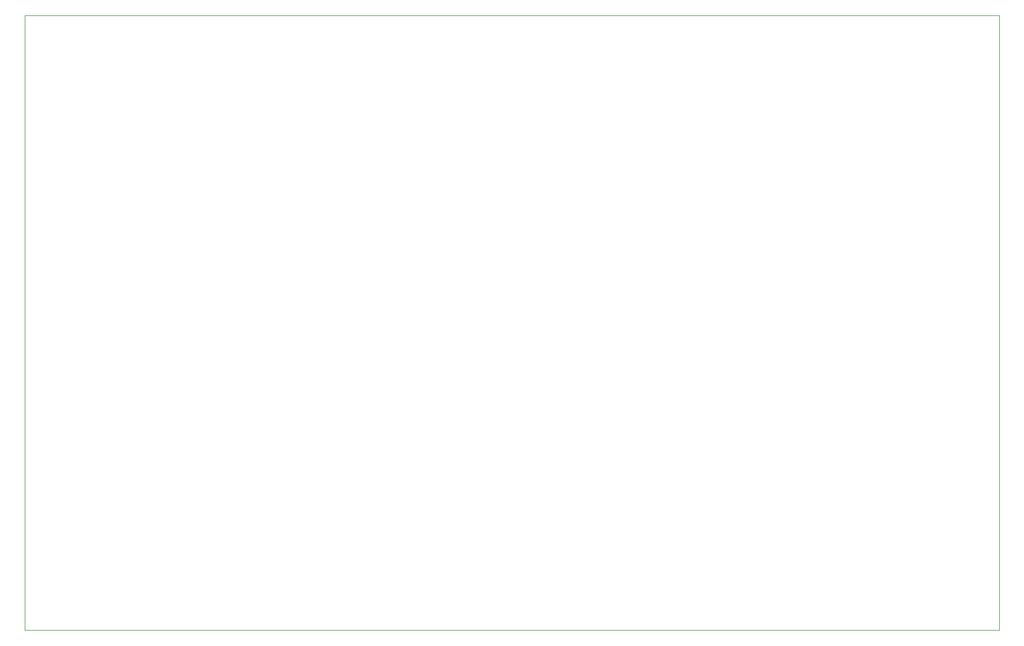
<source format=gbr>
%TF.GenerationSoftware,KiCad,Pcbnew,7.0.7*%
%TF.CreationDate,2024-06-03T23:51:36+07:00*%
%TF.ProjectId,Final Project_Group 4_Electronic Circuit 2,46696e61-6c20-4507-926f-6a6563745f47,rev?*%
%TF.SameCoordinates,Original*%
%TF.FileFunction,Profile,NP*%
%FSLAX46Y46*%
G04 Gerber Fmt 4.6, Leading zero omitted, Abs format (unit mm)*
G04 Created by KiCad (PCBNEW 7.0.7) date 2024-06-03 23:51:36*
%MOMM*%
%LPD*%
G01*
G04 APERTURE LIST*
%TA.AperFunction,Profile*%
%ADD10C,0.100000*%
%TD*%
G04 APERTURE END LIST*
D10*
X52070000Y-44450000D02*
X201930000Y-44450000D01*
X201930000Y-139065000D01*
X52070000Y-139065000D01*
X52070000Y-44450000D01*
M02*

</source>
